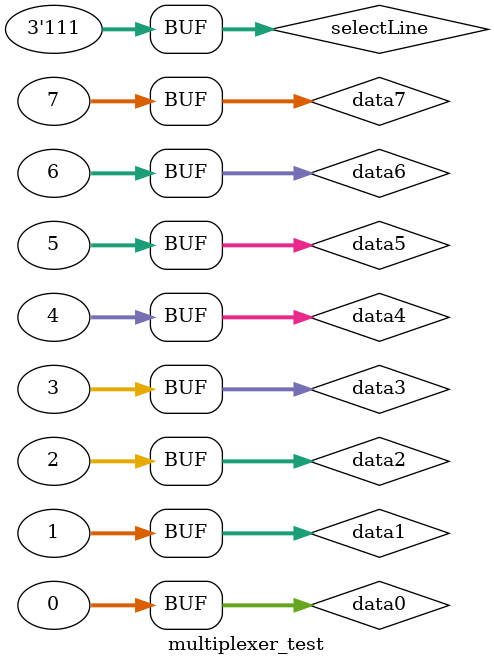
<source format=v>
`timescale 1ns / 1ps
module multiplexer(data0,data1,data2,data3,data4,data5,data6,data7,selectLine,Output);
input [31:0]data0,data1,data2,data3,data4,data5,data6,data7;
input [2:0]selectLine;
output [31:0]Output;
reg [31:0] Output;

always @ (data0 or data1 or data2 or data3 or data4 or data5 or data6 or data7 or selectLine) 

begin 

 case (selectLine) 

  3'b000 : Output = data0; 

  3'b001 : Output = data1; 

  3'b010 : Output = data2; 

  3'b011 : Output = data3; 

  3'b100 : Output = data4; 

  3'b101 : Output = data5; 

  3'b110 : Output = data6; 

  3'b111 : Output = data7; 

  default : Output = 32'bx; 

  //If input is undefined then output is undefined 

 endcase 

end  

endmodule


module multiplexer_test;

	// Inputs
	reg [31:0] data0;
	reg [31:0] data1;
	reg [31:0] data3;
	reg [31:0] data2;
	reg [31:0] data4;
	reg [31:0] data5;
	reg [31:0] data6;
	reg [31:0] data7;
	reg [2:0] selectLine;

	// Outputs
	wire [31:0] Output;

	// Instantiate the Unit Under Test (UUT)
	multiplexer uut (
		.data0(data0), 
		.data1(data1), 
		.data2(data2), 
		.data3(data3), 
		.data4(data4), 
		.data5(data5), 
		.data6(data6), 
		.data7(data7), 
		.selectLine(selectLine), 
		.Output(Output)
	);

	initial begin
		// Initialize Inputs
		data0 = 32'd0;
		data1 = 32'd1;
		data2 = 32'd2;;
		data3 = 32'd3;
		data4 = 32'd4;
		data5 = 32'd5;
		data6 = 32'd6;
		data7 = 32'd7;
		selectLine = 3'b000;
		#100
		
		data0 = 32'd0;
		data1 = 32'd1;
		data2 = 32'd2;;
		data3 = 32'd3;
		data4 = 32'd4;
		data5 = 32'd5;
		data6 = 32'd6;
		data7 = 32'd7;
		selectLine = 3'b001;

		// Wait 100 ns for global reset to finish
		#100;
		
		data0 = 32'd0;
		data1 = 32'd1;
		data2 = 32'd2;;
		data3 = 32'd3;
		data4 = 32'd4;
		data5 = 32'd5;
		data6 = 32'd6;
		data7 = 32'd7;
		selectLine = 3'b010;
		#100;
		
      data0 = 32'd0;
		data1 = 32'd1;
		data2 = 32'd2;;
		data3 = 32'd3;
		data4 = 32'd4;
		data5 = 32'd5;
		data6 = 32'd6;
		data7 = 32'd7;
		selectLine = 3'b011;
		#100;
		
		data0 = 32'd0;
		data1 = 32'd1;
		data2 = 32'd2;;
		data3 = 32'd3;
		data4 = 32'd4;
		data5 = 32'd5;
		data6 = 32'd6;
		data7 = 32'd7;
		selectLine = 3'b100;
		#100;
		
		data0 = 32'd0;
		data1 = 32'd1;
		data2 = 32'd2;;
		data3 = 32'd3;
		data4 = 32'd4;
		data5 = 32'd5;
		data6 = 32'd6;
		data7 = 32'd7;
		selectLine = 3'b101;
		#100;
      
		data0 = 32'd0;
		data1 = 32'd1;
		data2 = 32'd2;;
		data3 = 32'd3;
		data4 = 32'd4;
		data5 = 32'd5;
		data6 = 32'd6;
		data7 = 32'd7;
		selectLine = 3'b110;
		#100;
		
		data0 = 32'd0;
		data1 = 32'd1;
		data2 = 32'd2;;
		data3 = 32'd3;
		data4 = 32'd4;
		data5 = 32'd5;
		data6 = 32'd6;
		data7 = 32'd7;
		selectLine = 3'b111;
		#100;
        
        

	end
      
endmodule


</source>
